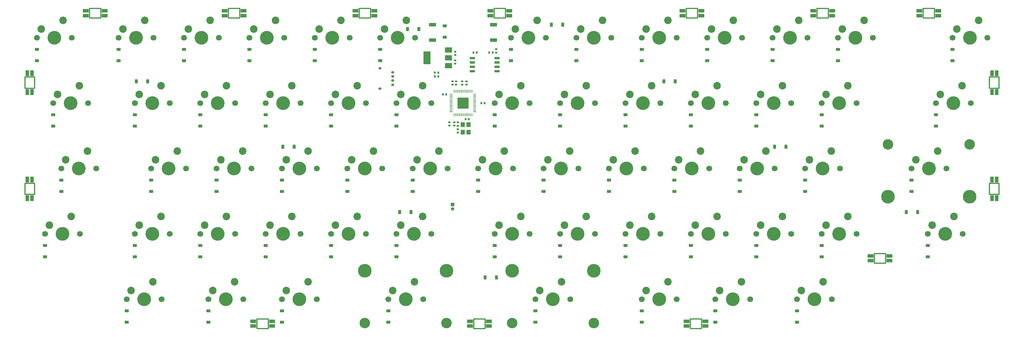
<source format=gbr>
%TF.GenerationSoftware,KiCad,Pcbnew,(7.0.0)*%
%TF.CreationDate,2023-06-17T11:14:13+09:00*%
%TF.ProjectId,Cr0wn60,43723077-6e36-4302-9e6b-696361645f70,rev?*%
%TF.SameCoordinates,Original*%
%TF.FileFunction,Soldermask,Bot*%
%TF.FilePolarity,Negative*%
%FSLAX46Y46*%
G04 Gerber Fmt 4.6, Leading zero omitted, Abs format (unit mm)*
G04 Created by KiCad (PCBNEW (7.0.0)) date 2023-06-17 11:14:13*
%MOMM*%
%LPD*%
G01*
G04 APERTURE LIST*
G04 Aperture macros list*
%AMRoundRect*
0 Rectangle with rounded corners*
0 $1 Rounding radius*
0 $2 $3 $4 $5 $6 $7 $8 $9 X,Y pos of 4 corners*
0 Add a 4 corners polygon primitive as box body*
4,1,4,$2,$3,$4,$5,$6,$7,$8,$9,$2,$3,0*
0 Add four circle primitives for the rounded corners*
1,1,$1+$1,$2,$3*
1,1,$1+$1,$4,$5*
1,1,$1+$1,$6,$7*
1,1,$1+$1,$8,$9*
0 Add four rect primitives between the rounded corners*
20,1,$1+$1,$2,$3,$4,$5,0*
20,1,$1+$1,$4,$5,$6,$7,0*
20,1,$1+$1,$6,$7,$8,$9,0*
20,1,$1+$1,$8,$9,$2,$3,0*%
G04 Aperture macros list end*
%ADD10C,1.700000*%
%ADD11C,4.000000*%
%ADD12C,2.200000*%
%ADD13C,3.048000*%
%ADD14C,3.987800*%
%ADD15RoundRect,0.225000X0.375000X-0.225000X0.375000X0.225000X-0.375000X0.225000X-0.375000X-0.225000X0*%
%ADD16O,3.098000X0.298000*%
%ADD17O,0.298000X3.598000*%
%ADD18R,1.000000X1.700000*%
%ADD19RoundRect,0.225000X0.225000X0.375000X-0.225000X0.375000X-0.225000X-0.375000X0.225000X-0.375000X0*%
%ADD20RoundRect,0.150000X0.650000X0.150000X-0.650000X0.150000X-0.650000X-0.150000X0.650000X-0.150000X0*%
%ADD21O,0.298000X3.098000*%
%ADD22O,3.598000X0.298000*%
%ADD23R,1.700000X1.000000*%
%ADD24RoundRect,0.140000X-0.140000X-0.170000X0.140000X-0.170000X0.140000X0.170000X-0.140000X0.170000X0*%
%ADD25R,2.000000X1.500000*%
%ADD26R,2.000000X3.800000*%
%ADD27RoundRect,0.105000X-0.895000X0.420000X-0.895000X-0.420000X0.895000X-0.420000X0.895000X0.420000X0*%
%ADD28RoundRect,0.135000X-0.135000X-0.185000X0.135000X-0.185000X0.135000X0.185000X-0.135000X0.185000X0*%
%ADD29RoundRect,0.140000X0.170000X-0.140000X0.170000X0.140000X-0.170000X0.140000X-0.170000X-0.140000X0*%
%ADD30RoundRect,0.140000X-0.170000X0.140000X-0.170000X-0.140000X0.170000X-0.140000X0.170000X0.140000X0*%
%ADD31R,1.000000X1.000000*%
%ADD32O,1.000000X1.000000*%
%ADD33RoundRect,0.135000X-0.185000X0.135000X-0.185000X-0.135000X0.185000X-0.135000X0.185000X0.135000X0*%
%ADD34RoundRect,0.150000X0.275000X-0.150000X0.275000X0.150000X-0.275000X0.150000X-0.275000X-0.150000X0*%
%ADD35RoundRect,0.175000X0.225000X-0.175000X0.225000X0.175000X-0.225000X0.175000X-0.225000X-0.175000X0*%
%ADD36RoundRect,0.140000X0.140000X0.170000X-0.140000X0.170000X-0.140000X-0.170000X0.140000X-0.170000X0*%
%ADD37RoundRect,0.050000X0.387500X0.050000X-0.387500X0.050000X-0.387500X-0.050000X0.387500X-0.050000X0*%
%ADD38RoundRect,0.050000X0.050000X0.387500X-0.050000X0.387500X-0.050000X-0.387500X0.050000X-0.387500X0*%
%ADD39R,3.200000X3.200000*%
%ADD40RoundRect,0.225000X-0.375000X0.225000X-0.375000X-0.225000X0.375000X-0.225000X0.375000X0.225000X0*%
%ADD41R,1.200000X1.400000*%
%ADD42RoundRect,0.135000X0.135000X0.185000X-0.135000X0.185000X-0.135000X-0.185000X0.135000X-0.185000X0*%
G04 APERTURE END LIST*
D10*
%TO.C,SW23*%
X37782500Y-19050000D03*
D11*
X42862500Y-19050000D03*
D10*
X47942500Y-19050000D03*
D12*
X39052500Y-16510000D03*
X45402500Y-13970000D03*
%TD*%
D10*
%TO.C,SW37*%
X252095000Y-19050000D03*
D11*
X257175000Y-19050000D03*
D10*
X262255000Y-19050000D03*
D12*
X253365000Y-16510000D03*
X259715000Y-13970000D03*
%TD*%
D10*
%TO.C,SW56*%
X213995000Y-38100000D03*
D11*
X219075000Y-38100000D03*
D10*
X224155000Y-38100000D03*
D12*
X215265000Y-35560000D03*
X221615000Y-33020000D03*
%TD*%
D10*
%TO.C,SW45*%
X80645000Y-38100000D03*
D11*
X85725000Y-38100000D03*
D10*
X90805000Y-38100000D03*
D12*
X81915000Y-35560000D03*
X88265000Y-33020000D03*
%TD*%
D10*
%TO.C,SW3*%
X33020000Y0D03*
D11*
X38100000Y0D03*
D10*
X43180000Y0D03*
D12*
X34290000Y2540000D03*
X40640000Y5080000D03*
%TD*%
D10*
%TO.C,SW57*%
X244951250Y-38100000D03*
D11*
X250031250Y-38100000D03*
D10*
X255111250Y-38100000D03*
D12*
X246221250Y-35560000D03*
X252571250Y-33020000D03*
%TD*%
D10*
%TO.C,SW62*%
X37782500Y-57150000D03*
D11*
X42862500Y-57150000D03*
D10*
X47942500Y-57150000D03*
D12*
X39052500Y-54610000D03*
X45402500Y-52070000D03*
%TD*%
D10*
%TO.C,SW81*%
X40163750Y-76200000D03*
D11*
X45243750Y-76200000D03*
D10*
X50323750Y-76200000D03*
D12*
X41433750Y-73660000D03*
X47783750Y-71120000D03*
%TD*%
D10*
%TO.C,SW16*%
X223520000Y0D03*
D11*
X228600000Y0D03*
D10*
X233680000Y0D03*
D12*
X224790000Y2540000D03*
X231140000Y5080000D03*
%TD*%
D10*
%TO.C,SW30*%
X123507500Y-19050000D03*
D11*
X128587500Y-19050000D03*
D10*
X133667500Y-19050000D03*
D12*
X124777500Y-16510000D03*
X131127500Y-13970000D03*
%TD*%
D10*
%TO.C,SW85*%
X166370000Y-76200000D03*
D11*
X171450000Y-76200000D03*
D10*
X176530000Y-76200000D03*
D12*
X167640000Y-73660000D03*
X173990000Y-71120000D03*
%TD*%
D10*
%TO.C,SW13*%
X166370000Y0D03*
D11*
X171450000Y0D03*
D10*
X176530000Y0D03*
D12*
X167640000Y2540000D03*
X173990000Y5080000D03*
%TD*%
D10*
%TO.C,SW70*%
X123507500Y-57150000D03*
D11*
X128587500Y-57150000D03*
D10*
X133667500Y-57150000D03*
D12*
X124777500Y-54610000D03*
X131127500Y-52070000D03*
%TD*%
D13*
%TO.C,REF\u002A\u002A*%
X109531250Y-83185000D03*
D14*
X109531250Y-67945000D03*
D13*
X85731250Y-83185000D03*
D14*
X85731250Y-67945000D03*
%TD*%
D10*
%TO.C,SW73*%
X180657500Y-57150000D03*
D11*
X185737500Y-57150000D03*
D10*
X190817500Y-57150000D03*
D12*
X181927500Y-54610000D03*
X188277500Y-52070000D03*
%TD*%
D10*
%TO.C,SW14*%
X185420000Y0D03*
D11*
X190500000Y0D03*
D10*
X195580000Y0D03*
D12*
X186690000Y2540000D03*
X193040000Y5080000D03*
%TD*%
D10*
%TO.C,SW36*%
X218757500Y-19050000D03*
D11*
X223837500Y-19050000D03*
D10*
X228917500Y-19050000D03*
D12*
X220027500Y-16510000D03*
X226377500Y-13970000D03*
%TD*%
D10*
%TO.C,SW75*%
X218757500Y-57150000D03*
D11*
X223837500Y-57150000D03*
D10*
X228917500Y-57150000D03*
D12*
X220027500Y-54610000D03*
X226377500Y-52070000D03*
%TD*%
D10*
%TO.C,SW32*%
X161607500Y-19050000D03*
D11*
X166687500Y-19050000D03*
D10*
X171767500Y-19050000D03*
D12*
X162877500Y-16510000D03*
X169227500Y-13970000D03*
%TD*%
D10*
%TO.C,SW34*%
X180657500Y-19050000D03*
D11*
X185737500Y-19050000D03*
D10*
X190817500Y-19050000D03*
D12*
X181927500Y-16510000D03*
X188277500Y-13970000D03*
%TD*%
D10*
%TO.C,SW71*%
X142557500Y-57150000D03*
D11*
X147637500Y-57150000D03*
D10*
X152717500Y-57150000D03*
D12*
X143827500Y-54610000D03*
X150177500Y-52070000D03*
%TD*%
D10*
%TO.C,SW1*%
X-9842500Y0D03*
D11*
X-4762500Y0D03*
D10*
X317500Y0D03*
D12*
X-8572500Y2540000D03*
X-2222500Y5080000D03*
%TD*%
D10*
%TO.C,SW72*%
X161607500Y-57150000D03*
D11*
X166687500Y-57150000D03*
D10*
X171767500Y-57150000D03*
D12*
X162877500Y-54610000D03*
X169227500Y-52070000D03*
%TD*%
D10*
%TO.C,SW82*%
X61595000Y-76200000D03*
D11*
X66675000Y-76200000D03*
D10*
X71755000Y-76200000D03*
D12*
X62865000Y-73660000D03*
X69215000Y-71120000D03*
%TD*%
D13*
%TO.C,REF\u002A\u002A*%
X238131250Y-31115000D03*
D14*
X238131250Y-46355000D03*
D13*
X261931250Y-31115000D03*
D14*
X261931250Y-46355000D03*
%TD*%
D10*
%TO.C,SW42*%
X42545000Y-38100000D03*
D11*
X47625000Y-38100000D03*
D10*
X52705000Y-38100000D03*
D12*
X43815000Y-35560000D03*
X50165000Y-33020000D03*
%TD*%
D10*
%TO.C,SW87*%
X211613750Y-76200000D03*
D11*
X216693750Y-76200000D03*
D10*
X221773750Y-76200000D03*
D12*
X212883750Y-73660000D03*
X219233750Y-71120000D03*
%TD*%
D10*
%TO.C,SW63*%
X56832500Y-57150000D03*
D11*
X61912500Y-57150000D03*
D10*
X66992500Y-57150000D03*
D12*
X58102500Y-54610000D03*
X64452500Y-52070000D03*
%TD*%
D10*
%TO.C,SW46*%
X99695000Y-38100000D03*
D11*
X104775000Y-38100000D03*
D10*
X109855000Y-38100000D03*
D12*
X100965000Y-35560000D03*
X107315000Y-33020000D03*
%TD*%
D10*
%TO.C,SW41*%
X23495000Y-38100000D03*
D11*
X28575000Y-38100000D03*
D10*
X33655000Y-38100000D03*
D12*
X24765000Y-35560000D03*
X31115000Y-33020000D03*
%TD*%
D10*
%TO.C,SW12*%
X147320000Y0D03*
D11*
X152400000Y0D03*
D10*
X157480000Y0D03*
D12*
X148590000Y2540000D03*
X154940000Y5080000D03*
%TD*%
D10*
%TO.C,SW54*%
X194945000Y-38100000D03*
D11*
X200025000Y-38100000D03*
D10*
X205105000Y-38100000D03*
D12*
X196215000Y-35560000D03*
X202565000Y-33020000D03*
%TD*%
D13*
%TO.C,REF\u002A\u002A*%
X152393750Y-83185000D03*
D14*
X152393750Y-67945000D03*
D13*
X128593750Y-83185000D03*
D14*
X128593750Y-67945000D03*
%TD*%
D10*
%TO.C,SW24*%
X56832500Y-19050000D03*
D11*
X61912500Y-19050000D03*
D10*
X66992500Y-19050000D03*
D12*
X58102500Y-16510000D03*
X64452500Y-13970000D03*
%TD*%
D10*
%TO.C,SW65*%
X94932500Y-57150000D03*
D11*
X100012500Y-57150000D03*
D10*
X105092500Y-57150000D03*
D12*
X96202500Y-54610000D03*
X102552500Y-52070000D03*
%TD*%
D10*
%TO.C,SW51*%
X137795000Y-38100000D03*
D11*
X142875000Y-38100000D03*
D10*
X147955000Y-38100000D03*
D12*
X139065000Y-35560000D03*
X145415000Y-33020000D03*
%TD*%
D10*
%TO.C,SW2*%
X13970000Y0D03*
D11*
X19050000Y0D03*
D10*
X24130000Y0D03*
D12*
X15240000Y2540000D03*
X21590000Y5080000D03*
%TD*%
D10*
%TO.C,SW17*%
X256857500Y0D03*
D11*
X261937500Y0D03*
D10*
X267017500Y0D03*
D12*
X258127500Y2540000D03*
X264477500Y5080000D03*
%TD*%
D10*
%TO.C,SW84*%
X135413750Y-76200000D03*
D11*
X140493750Y-76200000D03*
D10*
X145573750Y-76200000D03*
D12*
X136683750Y-73660000D03*
X143033750Y-71120000D03*
%TD*%
D10*
%TO.C,SW43*%
X61595000Y-38100000D03*
D11*
X66675000Y-38100000D03*
D10*
X71755000Y-38100000D03*
D12*
X62865000Y-35560000D03*
X69215000Y-33020000D03*
%TD*%
D10*
%TO.C,SW86*%
X187801250Y-76200000D03*
D11*
X192881250Y-76200000D03*
D10*
X197961250Y-76200000D03*
D12*
X189071250Y-73660000D03*
X195421250Y-71120000D03*
%TD*%
D10*
%TO.C,SW26*%
X94932500Y-19050000D03*
D11*
X100012500Y-19050000D03*
D10*
X105092500Y-19050000D03*
D12*
X96202500Y-16510000D03*
X102552500Y-13970000D03*
%TD*%
D10*
%TO.C,SW61*%
X18732500Y-57150000D03*
D11*
X23812500Y-57150000D03*
D10*
X28892500Y-57150000D03*
D12*
X20002500Y-54610000D03*
X26352500Y-52070000D03*
%TD*%
D10*
%TO.C,SW52*%
X156845000Y-38100000D03*
D11*
X161925000Y-38100000D03*
D10*
X167005000Y-38100000D03*
D12*
X158115000Y-35560000D03*
X164465000Y-33020000D03*
%TD*%
D10*
%TO.C,SW25*%
X75882500Y-19050000D03*
D11*
X80962500Y-19050000D03*
D10*
X86042500Y-19050000D03*
D12*
X77152500Y-16510000D03*
X83502500Y-13970000D03*
%TD*%
D10*
%TO.C,SW4*%
X52070000Y0D03*
D11*
X57150000Y0D03*
D10*
X62230000Y0D03*
D12*
X53340000Y2540000D03*
X59690000Y5080000D03*
%TD*%
D10*
%TO.C,SW21*%
X18732500Y-19050000D03*
D11*
X23812500Y-19050000D03*
D10*
X28892500Y-19050000D03*
D12*
X20002500Y-16510000D03*
X26352500Y-13970000D03*
%TD*%
D10*
%TO.C,SW60*%
X-7461250Y-57150000D03*
D11*
X-2381250Y-57150000D03*
D10*
X2698750Y-57150000D03*
D12*
X-6191250Y-54610000D03*
X158750Y-52070000D03*
%TD*%
D10*
%TO.C,SW6*%
X90170000Y0D03*
D11*
X95250000Y0D03*
D10*
X100330000Y0D03*
D12*
X91440000Y2540000D03*
X97790000Y5080000D03*
%TD*%
D10*
%TO.C,SW20*%
X-5080000Y-19050000D03*
D11*
X0Y-19050000D03*
D10*
X5080000Y-19050000D03*
D12*
X-3810000Y-16510000D03*
X2540000Y-13970000D03*
%TD*%
D10*
%TO.C,SW40*%
X-2698750Y-38100000D03*
D11*
X2381250Y-38100000D03*
D10*
X7461250Y-38100000D03*
D12*
X-1428750Y-35560000D03*
X4921250Y-33020000D03*
%TD*%
D10*
%TO.C,SW50*%
X118745000Y-38100000D03*
D11*
X123825000Y-38100000D03*
D10*
X128905000Y-38100000D03*
D12*
X120015000Y-35560000D03*
X126365000Y-33020000D03*
%TD*%
D10*
%TO.C,SW5*%
X71120000Y0D03*
D11*
X76200000Y0D03*
D10*
X81280000Y0D03*
D12*
X72390000Y2540000D03*
X78740000Y5080000D03*
%TD*%
D10*
%TO.C,SW74*%
X199707500Y-57150000D03*
D11*
X204787500Y-57150000D03*
D10*
X209867500Y-57150000D03*
D12*
X200977500Y-54610000D03*
X207327500Y-52070000D03*
%TD*%
D10*
%TO.C,SW76*%
X249713750Y-57150000D03*
D11*
X254793750Y-57150000D03*
D10*
X259873750Y-57150000D03*
D12*
X250983750Y-54610000D03*
X257333750Y-52070000D03*
%TD*%
D10*
%TO.C,SW53*%
X175895000Y-38100000D03*
D11*
X180975000Y-38100000D03*
D10*
X186055000Y-38100000D03*
D12*
X177165000Y-35560000D03*
X183515000Y-33020000D03*
%TD*%
D10*
%TO.C,SW35*%
X199707500Y-19050000D03*
D11*
X204787500Y-19050000D03*
D10*
X209867500Y-19050000D03*
D12*
X200977500Y-16510000D03*
X207327500Y-13970000D03*
%TD*%
D10*
%TO.C,SW80*%
X16351250Y-76200000D03*
D11*
X21431250Y-76200000D03*
D10*
X26511250Y-76200000D03*
D12*
X17621250Y-73660000D03*
X23971250Y-71120000D03*
%TD*%
D10*
%TO.C,SW83*%
X92551250Y-76200000D03*
D11*
X97631250Y-76200000D03*
D10*
X102711250Y-76200000D03*
D12*
X93821250Y-73660000D03*
X100171250Y-71120000D03*
%TD*%
D10*
%TO.C,SW10*%
X128270000Y0D03*
D11*
X133350000Y0D03*
D10*
X138430000Y0D03*
D12*
X129540000Y2540000D03*
X135890000Y5080000D03*
%TD*%
D10*
%TO.C,SW31*%
X142557500Y-19050000D03*
D11*
X147637500Y-19050000D03*
D10*
X152717500Y-19050000D03*
D12*
X143827500Y-16510000D03*
X150177500Y-13970000D03*
%TD*%
D10*
%TO.C,SW64*%
X75882500Y-57150000D03*
D11*
X80962500Y-57150000D03*
D10*
X86042500Y-57150000D03*
D12*
X77152500Y-54610000D03*
X83502500Y-52070000D03*
%TD*%
D10*
%TO.C,SW15*%
X204470000Y0D03*
D11*
X209550000Y0D03*
D10*
X214630000Y0D03*
D12*
X205740000Y2540000D03*
X212090000Y5080000D03*
%TD*%
D15*
%TO.C,DK30*%
X123507499Y-25780000D03*
X123507499Y-22480000D03*
%TD*%
D16*
%TO.C,LED11*%
X269081249Y-14746874D03*
D17*
X267681249Y-13096874D03*
X270481249Y-13096874D03*
D16*
X269081249Y-11446874D03*
D18*
X269781249Y-15846874D03*
X268381249Y-15846874D03*
X268381249Y-10346874D03*
X269781249Y-10346874D03*
%TD*%
D15*
%TO.C,DK5*%
X71120000Y-6730000D03*
X71120000Y-3430000D03*
%TD*%
%TO.C,DK32*%
X161607500Y-25780000D03*
X161607500Y-22480000D03*
%TD*%
D19*
%TO.C,DR7*%
X246760000Y-50800000D03*
X243460000Y-50800000D03*
%TD*%
D15*
%TO.C,DK84*%
X135413750Y-82930000D03*
X135413750Y-79630000D03*
%TD*%
%TO.C,DK60*%
X-7461250Y-63880000D03*
X-7461250Y-60580000D03*
%TD*%
%TO.C,DK87*%
X211613749Y-82930000D03*
X211613749Y-79630000D03*
%TD*%
%TO.C,DK71*%
X142557500Y-63880000D03*
X142557500Y-60580000D03*
%TD*%
%TO.C,DK17*%
X256857500Y-6730000D03*
X256857500Y-3430000D03*
%TD*%
%TO.C,DK34*%
X180657500Y-25780000D03*
X180657500Y-22480000D03*
%TD*%
%TO.C,DK51*%
X137795000Y-44830000D03*
X137795000Y-41530000D03*
%TD*%
%TO.C,DK75*%
X218757500Y-63880000D03*
X218757500Y-60580000D03*
%TD*%
%TO.C,DK20*%
X-5080000Y-25780000D03*
X-5080000Y-22480000D03*
%TD*%
%TO.C,DK81*%
X40163750Y-82930000D03*
X40163750Y-79630000D03*
%TD*%
D20*
%TO.C,U2*%
X124250000Y-5969000D03*
X124250000Y-7239000D03*
X124250000Y-8509000D03*
X124250000Y-9779000D03*
X117050000Y-9779000D03*
X117050000Y-8509000D03*
X117050000Y-7239000D03*
X117050000Y-5969000D03*
%TD*%
D15*
%TO.C,DK54*%
X194945000Y-44830000D03*
X194945000Y-41530000D03*
%TD*%
%TO.C,DK76*%
X249713750Y-63880000D03*
X249713750Y-60580000D03*
%TD*%
%TO.C,DK2*%
X13970000Y-6730000D03*
X13970000Y-3430000D03*
%TD*%
%TO.C,DK31*%
X142557500Y-25780000D03*
X142557500Y-22480000D03*
%TD*%
D21*
%TO.C,LED2*%
X49274999Y7143749D03*
D22*
X47624999Y5743749D03*
X47624999Y8543749D03*
D21*
X45974999Y7143749D03*
D23*
X50374999Y7843749D03*
X50374999Y6443749D03*
X44874999Y6443749D03*
X44874999Y7843749D03*
%TD*%
D21*
%TO.C,LED3*%
X8793749Y7143749D03*
D22*
X7143749Y5743749D03*
X7143749Y8543749D03*
D21*
X5493749Y7143749D03*
D23*
X9893749Y7843749D03*
X9893749Y6443749D03*
X4393749Y6443749D03*
X4393749Y7843749D03*
%TD*%
D24*
%TO.C,C1*%
X119662000Y-19050000D03*
X120622000Y-19050000D03*
%TD*%
D15*
%TO.C,DK63*%
X56832500Y-63880000D03*
X56832500Y-60580000D03*
%TD*%
%TO.C,DK57*%
X244951250Y-44830000D03*
X244951250Y-41530000D03*
%TD*%
D21*
%TO.C,LED12*%
X251681249Y7143749D03*
D22*
X250031249Y5743749D03*
X250031249Y8543749D03*
D21*
X248381249Y7143749D03*
D23*
X252781249Y7843749D03*
X252781249Y6443749D03*
X247281249Y6443749D03*
X247281249Y7843749D03*
%TD*%
D25*
%TO.C,U1*%
X110083999Y-3541999D03*
X110083999Y-5841999D03*
D26*
X103783999Y-5841999D03*
D25*
X110083999Y-8141999D03*
%TD*%
D21*
%TO.C,LED13*%
X220724999Y7143749D03*
D22*
X219074999Y5743749D03*
X219074999Y8543749D03*
D21*
X217424999Y7143749D03*
D23*
X221824999Y7843749D03*
X221824999Y6443749D03*
X216324999Y6443749D03*
X216324999Y7843749D03*
%TD*%
D21*
%TO.C,LED7*%
X117412499Y-83343749D03*
D22*
X119062499Y-81943749D03*
X119062499Y-84743749D03*
D21*
X120712499Y-83343749D03*
D23*
X116312499Y-84043749D03*
X116312499Y-82643749D03*
X121812499Y-82643749D03*
X121812499Y-84043749D03*
%TD*%
D15*
%TO.C,DK46*%
X99695000Y-44830000D03*
X99695000Y-41530000D03*
%TD*%
D27*
%TO.C,SWR1*%
X123190000Y3749000D03*
X123190000Y-701000D03*
%TD*%
D19*
%TO.C,DR0*%
X101472000Y2540000D03*
X98172000Y2540000D03*
%TD*%
D15*
%TO.C,DK3*%
X33020000Y-6730000D03*
X33020000Y-3430000D03*
%TD*%
D19*
%TO.C,DR2*%
X22478000Y-12700000D03*
X19178000Y-12700000D03*
%TD*%
D28*
%TO.C,R3*%
X121918000Y-4318000D03*
X122938000Y-4318000D03*
%TD*%
D15*
%TO.C,DK85*%
X166370000Y-82930000D03*
X166370000Y-79630000D03*
%TD*%
%TO.C,DK82*%
X61595000Y-82930000D03*
X61595000Y-79630000D03*
%TD*%
%TO.C,DK26*%
X94932500Y-25780000D03*
X94932500Y-22480000D03*
%TD*%
%TO.C,DK21*%
X18732500Y-25780000D03*
X18732500Y-22480000D03*
%TD*%
%TO.C,DK14*%
X185420000Y-6730000D03*
X185420000Y-3430000D03*
%TD*%
D29*
%TO.C,C10*%
X112014000Y-5052000D03*
X112014000Y-4092000D03*
%TD*%
%TO.C,C4*%
X114046000Y-13688000D03*
X114046000Y-12728000D03*
%TD*%
D27*
%TO.C,SWR0*%
X105410000Y3749000D03*
X105410000Y-701000D03*
%TD*%
D21*
%TO.C,LED14*%
X182624999Y7143749D03*
D22*
X180974999Y5743749D03*
X180974999Y8543749D03*
D21*
X179324999Y7143749D03*
D23*
X183724999Y7843749D03*
X183724999Y6443749D03*
X178224999Y6443749D03*
X178224999Y7843749D03*
%TD*%
D21*
%TO.C,LED8*%
X180515624Y-83343749D03*
D22*
X182165624Y-81943749D03*
X182165624Y-84743749D03*
D21*
X183815624Y-83343749D03*
D23*
X179415624Y-84043749D03*
X179415624Y-82643749D03*
X184915624Y-82643749D03*
X184915624Y-84043749D03*
%TD*%
D16*
%TO.C,LED5*%
X-11906249Y-42403124D03*
D17*
X-10506249Y-44053124D03*
X-13306249Y-44053124D03*
D16*
X-11906249Y-45703124D03*
D18*
X-12606249Y-41303124D03*
X-11206249Y-41303124D03*
X-11206249Y-46803124D03*
X-12606249Y-46803124D03*
%TD*%
D19*
%TO.C,DR5*%
X208406000Y-31750000D03*
X205106000Y-31750000D03*
%TD*%
D15*
%TO.C,DK12*%
X147320000Y-6730000D03*
X147320000Y-3430000D03*
%TD*%
D24*
%TO.C,C11*%
X117376000Y-4318000D03*
X118336000Y-4318000D03*
%TD*%
D19*
%TO.C,DR8*%
X124078000Y-69850000D03*
X120778000Y-69850000D03*
%TD*%
D15*
%TO.C,DK52*%
X156845000Y-44830000D03*
X156845000Y-41530000D03*
%TD*%
%TO.C,DK62*%
X37782500Y-63880000D03*
X37782500Y-60580000D03*
%TD*%
D30*
%TO.C,C8*%
X110300000Y-24666000D03*
X110300000Y-25626000D03*
%TD*%
D19*
%TO.C,DR1*%
X143382000Y3810000D03*
X140082000Y3810000D03*
%TD*%
D31*
%TO.C,J2*%
X111226999Y-48650999D03*
D32*
X111226999Y-49920999D03*
%TD*%
D21*
%TO.C,LED1*%
X87374999Y7143749D03*
D22*
X85724999Y5743749D03*
X85724999Y8543749D03*
D21*
X84074999Y7143749D03*
D23*
X88474999Y7843749D03*
X88474999Y6443749D03*
X82974999Y6443749D03*
X82974999Y7843749D03*
%TD*%
D24*
%TO.C,C12*%
X115090000Y-23700000D03*
X116050000Y-23700000D03*
%TD*%
D15*
%TO.C,DK65*%
X94932500Y-63880000D03*
X94932500Y-60580000D03*
%TD*%
%TO.C,DK74*%
X199707500Y-63880000D03*
X199707500Y-60580000D03*
%TD*%
D21*
%TO.C,LED9*%
X234093749Y-64293749D03*
D22*
X235743749Y-62893749D03*
X235743749Y-65693749D03*
D21*
X237393749Y-64293749D03*
D23*
X232993749Y-64993749D03*
X232993749Y-63593749D03*
X238493749Y-63593749D03*
X238493749Y-64993749D03*
%TD*%
D30*
%TO.C,C13*%
X112776000Y-26698000D03*
X112776000Y-27658000D03*
%TD*%
D29*
%TO.C,C6*%
X111252000Y-13688000D03*
X111252000Y-12728000D03*
%TD*%
D15*
%TO.C,DK41*%
X23495000Y-44830000D03*
X23495000Y-41530000D03*
%TD*%
D30*
%TO.C,C2*%
X111760000Y-24666000D03*
X111760000Y-25626000D03*
%TD*%
D15*
%TO.C,DK64*%
X75882500Y-63880000D03*
X75882500Y-60580000D03*
%TD*%
%TO.C,DK35*%
X199707500Y-25780000D03*
X199707500Y-22480000D03*
%TD*%
D19*
%TO.C,DR3*%
X176148000Y-12700000D03*
X172848000Y-12700000D03*
%TD*%
D15*
%TO.C,DK10*%
X128269999Y-6730000D03*
X128269999Y-3430000D03*
%TD*%
%TO.C,DK56*%
X213995000Y-44830000D03*
X213995000Y-41530000D03*
%TD*%
D16*
%TO.C,LED10*%
X269081249Y-45703124D03*
D17*
X267681249Y-44053124D03*
X270481249Y-44053124D03*
D16*
X269081249Y-42403124D03*
D18*
X269781249Y-46803124D03*
X268381249Y-46803124D03*
X268381249Y-41303124D03*
X269781249Y-41303124D03*
%TD*%
D15*
%TO.C,DK6*%
X90170000Y-6730000D03*
X90170000Y-3430000D03*
%TD*%
%TO.C,DK43*%
X61595000Y-44830000D03*
X61595000Y-41530000D03*
%TD*%
%TO.C,DK61*%
X18732500Y-63880000D03*
X18732500Y-60580000D03*
%TD*%
D19*
%TO.C,DR6*%
X99186000Y-50800000D03*
X95886000Y-50800000D03*
%TD*%
D15*
%TO.C,DK42*%
X42545000Y-44830000D03*
X42545000Y-41530000D03*
%TD*%
D33*
%TO.C,R4*%
X123952000Y-3300000D03*
X123952000Y-4320000D03*
%TD*%
D15*
%TO.C,DK16*%
X223520000Y-6730000D03*
X223520000Y-3430000D03*
%TD*%
%TO.C,DK80*%
X16351250Y-82930000D03*
X16351250Y-79630000D03*
%TD*%
%TO.C,DK1*%
X-9842500Y-6730000D03*
X-9842500Y-3430000D03*
%TD*%
D21*
%TO.C,LED6*%
X54309374Y-83343749D03*
D22*
X55959374Y-81943749D03*
X55959374Y-84743749D03*
D21*
X57609374Y-83343749D03*
D23*
X53209374Y-84043749D03*
X53209374Y-82643749D03*
X58709374Y-82643749D03*
X58709374Y-84043749D03*
%TD*%
D19*
%TO.C,DR4*%
X65150000Y-31750000D03*
X61850000Y-31750000D03*
%TD*%
D15*
%TO.C,DK45*%
X80645000Y-44830000D03*
X80645000Y-41530000D03*
%TD*%
D29*
%TO.C,C5*%
X112268000Y-13688000D03*
X112268000Y-12728000D03*
%TD*%
D28*
%TO.C,R2*%
X106106500Y-11303000D03*
X107126500Y-11303000D03*
%TD*%
D21*
%TO.C,LED15*%
X126665624Y7143749D03*
D22*
X125015624Y5743749D03*
X125015624Y8543749D03*
D21*
X123365624Y7143749D03*
D23*
X127765624Y7843749D03*
X127765624Y6443749D03*
X122265624Y6443749D03*
X122265624Y7843749D03*
%TD*%
D34*
%TO.C,J1*%
X93868750Y-13706250D03*
X93868750Y-12506250D03*
X93868750Y-11306250D03*
X93868750Y-10106250D03*
D35*
X90093750Y-14856250D03*
X90093750Y-8956250D03*
%TD*%
D36*
%TO.C,C3*%
X109446000Y-16510000D03*
X108486000Y-16510000D03*
%TD*%
D15*
%TO.C,DK72*%
X161607500Y-63880000D03*
X161607500Y-60580000D03*
%TD*%
D16*
%TO.C,LED4*%
X-11906249Y-11446874D03*
D17*
X-10506249Y-13096874D03*
X-13306249Y-13096874D03*
D16*
X-11906249Y-14746874D03*
D18*
X-12606249Y-10346874D03*
X-11206249Y-10346874D03*
X-11206249Y-15846874D03*
X-12606249Y-15846874D03*
%TD*%
D15*
%TO.C,DK53*%
X175895000Y-44830000D03*
X175895000Y-41530000D03*
%TD*%
D37*
%TO.C,U3*%
X117737500Y-16450000D03*
X117737500Y-16850000D03*
X117737500Y-17250000D03*
X117737500Y-17650000D03*
X117737500Y-18050000D03*
X117737500Y-18450000D03*
X117737500Y-18850000D03*
X117737500Y-19250000D03*
X117737500Y-19650000D03*
X117737500Y-20050000D03*
X117737500Y-20450000D03*
X117737500Y-20850000D03*
X117737500Y-21250000D03*
X117737500Y-21650000D03*
D38*
X116900000Y-22487500D03*
X116500000Y-22487500D03*
X116100000Y-22487500D03*
X115700000Y-22487500D03*
X115300000Y-22487500D03*
X114900000Y-22487500D03*
X114500000Y-22487500D03*
X114100000Y-22487500D03*
X113700000Y-22487500D03*
X113300000Y-22487500D03*
X112900000Y-22487500D03*
X112500000Y-22487500D03*
X112100000Y-22487500D03*
X111700000Y-22487500D03*
D37*
X110862500Y-21650000D03*
X110862500Y-21250000D03*
X110862500Y-20850000D03*
X110862500Y-20450000D03*
X110862500Y-20050000D03*
X110862500Y-19650000D03*
X110862500Y-19250000D03*
X110862500Y-18850000D03*
X110862500Y-18450000D03*
X110862500Y-18050000D03*
X110862500Y-17650000D03*
X110862500Y-17250000D03*
X110862500Y-16850000D03*
X110862500Y-16450000D03*
D38*
X111700000Y-15612500D03*
X112100000Y-15612500D03*
X112500000Y-15612500D03*
X112900000Y-15612500D03*
X113300000Y-15612500D03*
X113700000Y-15612500D03*
X114100000Y-15612500D03*
X114500000Y-15612500D03*
X114900000Y-15612500D03*
X115300000Y-15612500D03*
X115700000Y-15612500D03*
X116100000Y-15612500D03*
X116500000Y-15612500D03*
X116900000Y-15612500D03*
D39*
X114299999Y-19049999D03*
%TD*%
D15*
%TO.C,DK13*%
X166370000Y-6730000D03*
X166370000Y-3430000D03*
%TD*%
D29*
%TO.C,C9*%
X112014000Y-7592000D03*
X112014000Y-6632000D03*
%TD*%
D15*
%TO.C,DK4*%
X52070000Y-6730000D03*
X52070000Y-3430000D03*
%TD*%
%TO.C,DK73*%
X180657500Y-63880000D03*
X180657500Y-60580000D03*
%TD*%
%TO.C,DK23*%
X37782500Y-25780000D03*
X37782500Y-22480000D03*
%TD*%
%TO.C,DK25*%
X75882500Y-25780000D03*
X75882500Y-22480000D03*
%TD*%
%TO.C,DK86*%
X187801250Y-82930000D03*
X187801250Y-79630000D03*
%TD*%
D29*
%TO.C,C7*%
X115300000Y-13688000D03*
X115300000Y-12728000D03*
%TD*%
D40*
%TO.C,D1*%
X108966000Y3428000D03*
X108966000Y128000D03*
%TD*%
D15*
%TO.C,DK70*%
X123507499Y-63880000D03*
X123507499Y-60580000D03*
%TD*%
D41*
%TO.C,Y1*%
X114211999Y-25315999D03*
X115911999Y-27515999D03*
X115911999Y-25315999D03*
X114211999Y-27515999D03*
%TD*%
D15*
%TO.C,DK36*%
X218757500Y-25780000D03*
X218757500Y-22480000D03*
%TD*%
D42*
%TO.C,R1*%
X107126500Y-10160000D03*
X106106500Y-10160000D03*
%TD*%
D15*
%TO.C,DK24*%
X56832500Y-25780000D03*
X56832500Y-22480000D03*
%TD*%
%TO.C,DK50*%
X118745000Y-44830000D03*
X118745000Y-41530000D03*
%TD*%
%TO.C,DK15*%
X204470000Y-6730000D03*
X204470000Y-3430000D03*
%TD*%
%TO.C,DK37*%
X252095000Y-25780000D03*
X252095000Y-22480000D03*
%TD*%
%TO.C,DK40*%
X-2698750Y-44830000D03*
X-2698750Y-41530000D03*
%TD*%
D33*
%TO.C,R5*%
X112776000Y-24636000D03*
X112776000Y-25656000D03*
%TD*%
D15*
%TO.C,DK83*%
X92551250Y-82930000D03*
X92551250Y-79630000D03*
%TD*%
M02*

</source>
